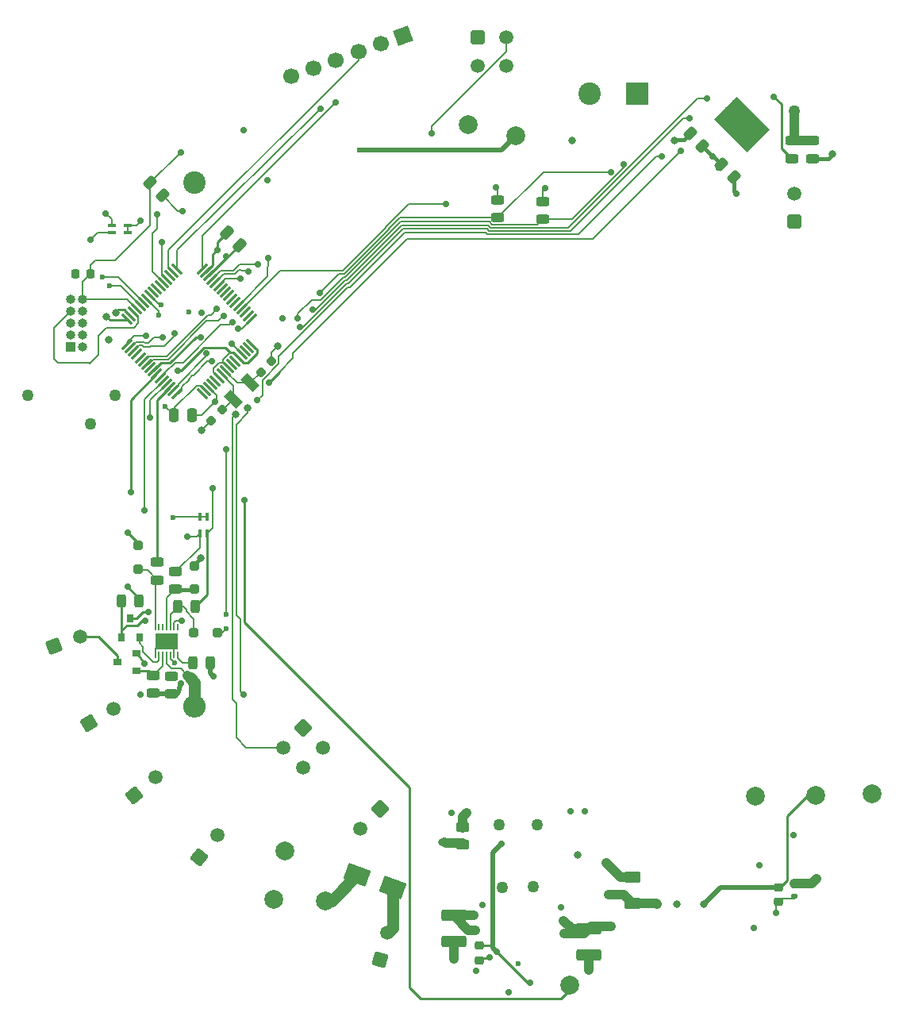
<source format=gbr>
G04 #@! TF.GenerationSoftware,KiCad,Pcbnew,7.0.10*
G04 #@! TF.CreationDate,2024-08-19T09:51:56-07:00*
G04 #@! TF.ProjectId,LCP_PowerControl,4c43505f-506f-4776-9572-436f6e74726f,rev?*
G04 #@! TF.SameCoordinates,Original*
G04 #@! TF.FileFunction,Copper,L4,Bot*
G04 #@! TF.FilePolarity,Positive*
%FSLAX46Y46*%
G04 Gerber Fmt 4.6, Leading zero omitted, Abs format (unit mm)*
G04 Created by KiCad (PCBNEW 7.0.10) date 2024-08-19 09:51:56*
%MOMM*%
%LPD*%
G01*
G04 APERTURE LIST*
G04 Aperture macros list*
%AMRoundRect*
0 Rectangle with rounded corners*
0 $1 Rounding radius*
0 $2 $3 $4 $5 $6 $7 $8 $9 X,Y pos of 4 corners*
0 Add a 4 corners polygon primitive as box body*
4,1,4,$2,$3,$4,$5,$6,$7,$8,$9,$2,$3,0*
0 Add four circle primitives for the rounded corners*
1,1,$1+$1,$2,$3*
1,1,$1+$1,$4,$5*
1,1,$1+$1,$6,$7*
1,1,$1+$1,$8,$9*
0 Add four rect primitives between the rounded corners*
20,1,$1+$1,$2,$3,$4,$5,0*
20,1,$1+$1,$4,$5,$6,$7,0*
20,1,$1+$1,$6,$7,$8,$9,0*
20,1,$1+$1,$8,$9,$2,$3,0*%
%AMHorizOval*
0 Thick line with rounded ends*
0 $1 width*
0 $2 $3 position (X,Y) of the first rounded end (center of the circle)*
0 $4 $5 position (X,Y) of the second rounded end (center of the circle)*
0 Add line between two ends*
20,1,$1,$2,$3,$4,$5,0*
0 Add two circle primitives to create the rounded ends*
1,1,$1,$2,$3*
1,1,$1,$4,$5*%
%AMRotRect*
0 Rectangle, with rotation*
0 The origin of the aperture is its center*
0 $1 length*
0 $2 width*
0 $3 Rotation angle, in degrees counterclockwise*
0 Add horizontal line*
21,1,$1,$2,0,0,$3*%
G04 Aperture macros list end*
G04 #@! TA.AperFunction,ComponentPad*
%ADD10RoundRect,0.250000X0.683013X-0.183013X0.183013X0.683013X-0.683013X0.183013X-0.183013X-0.683013X0*%
G04 #@! TD*
G04 #@! TA.AperFunction,ComponentPad*
%ADD11C,1.500000*%
G04 #@! TD*
G04 #@! TA.AperFunction,ComponentPad*
%ADD12R,1.000000X1.000000*%
G04 #@! TD*
G04 #@! TA.AperFunction,ComponentPad*
%ADD13O,1.000000X1.000000*%
G04 #@! TD*
G04 #@! TA.AperFunction,ComponentPad*
%ADD14RoundRect,0.250000X0.640856X-0.298836X0.298836X0.640856X-0.640856X0.298836X-0.298836X-0.640856X0*%
G04 #@! TD*
G04 #@! TA.AperFunction,ComponentPad*
%ADD15RoundRect,0.250000X0.704416X0.061628X-0.061628X0.704416X-0.704416X-0.061628X0.061628X-0.704416X0*%
G04 #@! TD*
G04 #@! TA.AperFunction,ComponentPad*
%ADD16RoundRect,0.250000X0.500000X0.500000X-0.500000X0.500000X-0.500000X-0.500000X0.500000X-0.500000X0*%
G04 #@! TD*
G04 #@! TA.AperFunction,ComponentPad*
%ADD17C,2.000000*%
G04 #@! TD*
G04 #@! TA.AperFunction,ComponentPad*
%ADD18RoundRect,0.250000X0.704416X-0.061628X0.061628X0.704416X-0.704416X0.061628X-0.061628X-0.704416X0*%
G04 #@! TD*
G04 #@! TA.AperFunction,ComponentPad*
%ADD19RoundRect,0.250001X-0.499999X-0.499999X0.499999X-0.499999X0.499999X0.499999X-0.499999X0.499999X0*%
G04 #@! TD*
G04 #@! TA.AperFunction,ComponentPad*
%ADD20C,0.600000*%
G04 #@! TD*
G04 #@! TA.AperFunction,SMDPad,CuDef*
%ADD21RotRect,3.400000X5.000000X45.000000*%
G04 #@! TD*
G04 #@! TA.AperFunction,ComponentPad*
%ADD22C,2.010000*%
G04 #@! TD*
G04 #@! TA.AperFunction,ComponentPad*
%ADD23RoundRect,0.250001X-0.707105X0.000000X0.000000X-0.707105X0.707105X0.000000X0.000000X0.707105X0*%
G04 #@! TD*
G04 #@! TA.AperFunction,ComponentPad*
%ADD24C,2.400000*%
G04 #@! TD*
G04 #@! TA.AperFunction,ComponentPad*
%ADD25O,2.400000X2.400000*%
G04 #@! TD*
G04 #@! TA.AperFunction,SMDPad,CuDef*
%ADD26RoundRect,0.250000X-0.250000X-0.475000X0.250000X-0.475000X0.250000X0.475000X-0.250000X0.475000X0*%
G04 #@! TD*
G04 #@! TA.AperFunction,SMDPad,CuDef*
%ADD27RoundRect,0.250000X0.512652X0.159099X0.159099X0.512652X-0.512652X-0.159099X-0.159099X-0.512652X0*%
G04 #@! TD*
G04 #@! TA.AperFunction,ComponentPad*
%ADD28RotRect,1.700000X1.700000X290.000000*%
G04 #@! TD*
G04 #@! TA.AperFunction,ComponentPad*
%ADD29HorizOval,1.700000X0.000000X0.000000X0.000000X0.000000X0*%
G04 #@! TD*
G04 #@! TA.AperFunction,ComponentPad*
%ADD30RoundRect,0.250000X0.612372X0.353553X-0.353553X0.612372X-0.612372X-0.353553X0.353553X-0.612372X0*%
G04 #@! TD*
G04 #@! TA.AperFunction,ComponentPad*
%ADD31R,2.400000X2.400000*%
G04 #@! TD*
G04 #@! TA.AperFunction,SMDPad,CuDef*
%ADD32RoundRect,0.243750X-0.456250X0.243750X-0.456250X-0.243750X0.456250X-0.243750X0.456250X0.243750X0*%
G04 #@! TD*
G04 #@! TA.AperFunction,SMDPad,CuDef*
%ADD33RoundRect,0.243750X-0.243750X-0.456250X0.243750X-0.456250X0.243750X0.456250X-0.243750X0.456250X0*%
G04 #@! TD*
G04 #@! TA.AperFunction,SMDPad,CuDef*
%ADD34RoundRect,0.218750X0.026517X-0.335876X0.335876X-0.026517X-0.026517X0.335876X-0.335876X0.026517X0*%
G04 #@! TD*
G04 #@! TA.AperFunction,SMDPad,CuDef*
%ADD35RoundRect,0.250000X0.625000X-0.375000X0.625000X0.375000X-0.625000X0.375000X-0.625000X-0.375000X0*%
G04 #@! TD*
G04 #@! TA.AperFunction,SMDPad,CuDef*
%ADD36RoundRect,0.218750X-0.256250X0.218750X-0.256250X-0.218750X0.256250X-0.218750X0.256250X0.218750X0*%
G04 #@! TD*
G04 #@! TA.AperFunction,SMDPad,CuDef*
%ADD37R,0.800000X0.900000*%
G04 #@! TD*
G04 #@! TA.AperFunction,SMDPad,CuDef*
%ADD38R,0.900000X0.800000*%
G04 #@! TD*
G04 #@! TA.AperFunction,SMDPad,CuDef*
%ADD39RoundRect,0.243750X-0.494975X-0.150260X-0.150260X-0.494975X0.494975X0.150260X0.150260X0.494975X0*%
G04 #@! TD*
G04 #@! TA.AperFunction,SMDPad,CuDef*
%ADD40RoundRect,0.243750X0.494975X0.150260X0.150260X0.494975X-0.494975X-0.150260X-0.150260X-0.494975X0*%
G04 #@! TD*
G04 #@! TA.AperFunction,SMDPad,CuDef*
%ADD41RoundRect,0.135000X0.185000X-0.135000X0.185000X0.135000X-0.185000X0.135000X-0.185000X-0.135000X0*%
G04 #@! TD*
G04 #@! TA.AperFunction,SMDPad,CuDef*
%ADD42R,0.400000X0.900000*%
G04 #@! TD*
G04 #@! TA.AperFunction,SMDPad,CuDef*
%ADD43R,0.900000X0.400000*%
G04 #@! TD*
G04 #@! TA.AperFunction,SMDPad,CuDef*
%ADD44RoundRect,0.075000X-0.441942X-0.548008X0.548008X0.441942X0.441942X0.548008X-0.548008X-0.441942X0*%
G04 #@! TD*
G04 #@! TA.AperFunction,SMDPad,CuDef*
%ADD45RoundRect,0.075000X0.441942X-0.548008X0.548008X-0.441942X-0.441942X0.548008X-0.548008X0.441942X0*%
G04 #@! TD*
G04 #@! TA.AperFunction,SMDPad,CuDef*
%ADD46RotRect,1.000000X1.800000X225.000000*%
G04 #@! TD*
G04 #@! TA.AperFunction,SMDPad,CuDef*
%ADD47RotRect,2.500000X1.800000X340.000000*%
G04 #@! TD*
G04 #@! TA.AperFunction,SMDPad,CuDef*
%ADD48RoundRect,0.250000X-1.075000X0.375000X-1.075000X-0.375000X1.075000X-0.375000X1.075000X0.375000X0*%
G04 #@! TD*
G04 #@! TA.AperFunction,SMDPad,CuDef*
%ADD49RoundRect,0.249999X-0.450001X0.262501X-0.450001X-0.262501X0.450001X-0.262501X0.450001X0.262501X0*%
G04 #@! TD*
G04 #@! TA.AperFunction,SMDPad,CuDef*
%ADD50RoundRect,0.218750X0.218750X0.256250X-0.218750X0.256250X-0.218750X-0.256250X0.218750X-0.256250X0*%
G04 #@! TD*
G04 #@! TA.AperFunction,SMDPad,CuDef*
%ADD51RoundRect,0.243750X0.456250X-0.243750X0.456250X0.243750X-0.456250X0.243750X-0.456250X-0.243750X0*%
G04 #@! TD*
G04 #@! TA.AperFunction,SMDPad,CuDef*
%ADD52RoundRect,0.218750X-0.026517X0.335876X-0.335876X0.026517X0.026517X-0.335876X0.335876X-0.026517X0*%
G04 #@! TD*
G04 #@! TA.AperFunction,SMDPad,CuDef*
%ADD53RoundRect,0.243750X0.243750X0.456250X-0.243750X0.456250X-0.243750X-0.456250X0.243750X-0.456250X0*%
G04 #@! TD*
G04 #@! TA.AperFunction,SMDPad,CuDef*
%ADD54R,0.250000X0.700000*%
G04 #@! TD*
G04 #@! TA.AperFunction,SMDPad,CuDef*
%ADD55R,2.350000X1.780000*%
G04 #@! TD*
G04 #@! TA.AperFunction,SMDPad,CuDef*
%ADD56RoundRect,0.250000X-0.250000X-0.250000X0.250000X-0.250000X0.250000X0.250000X-0.250000X0.250000X0*%
G04 #@! TD*
G04 #@! TA.AperFunction,SMDPad,CuDef*
%ADD57RoundRect,0.250000X0.250000X-0.250000X0.250000X0.250000X-0.250000X0.250000X-0.250000X-0.250000X0*%
G04 #@! TD*
G04 #@! TA.AperFunction,ViaPad*
%ADD58C,0.600000*%
G04 #@! TD*
G04 #@! TA.AperFunction,ViaPad*
%ADD59C,0.700000*%
G04 #@! TD*
G04 #@! TA.AperFunction,ViaPad*
%ADD60C,1.270000*%
G04 #@! TD*
G04 #@! TA.AperFunction,ViaPad*
%ADD61C,0.800000*%
G04 #@! TD*
G04 #@! TA.AperFunction,Conductor*
%ADD62C,0.254000*%
G04 #@! TD*
G04 #@! TA.AperFunction,Conductor*
%ADD63C,0.200000*%
G04 #@! TD*
G04 #@! TA.AperFunction,Conductor*
%ADD64C,0.203200*%
G04 #@! TD*
G04 #@! TA.AperFunction,Conductor*
%ADD65C,0.457200*%
G04 #@! TD*
G04 #@! TA.AperFunction,Conductor*
%ADD66C,1.016000*%
G04 #@! TD*
G04 #@! TA.AperFunction,Conductor*
%ADD67C,0.508000*%
G04 #@! TD*
G04 #@! TA.AperFunction,Conductor*
%ADD68C,1.270000*%
G04 #@! TD*
G04 APERTURE END LIST*
D10*
X77927200Y-121869200D03*
D11*
X80525276Y-120369200D03*
D12*
X75960000Y-81770000D03*
D13*
X77230000Y-81770000D03*
X75960000Y-80500000D03*
X77230000Y-80500000D03*
X75960000Y-79230000D03*
X77230000Y-79230000D03*
X75960000Y-77960000D03*
X77230000Y-77960000D03*
X75960000Y-76690000D03*
X77230000Y-76690000D03*
D14*
X74193400Y-113715800D03*
D11*
X77012478Y-112689740D03*
D15*
X89738200Y-136169400D03*
D11*
X91666563Y-133871267D03*
D16*
X153162000Y-68389500D03*
D11*
X153162000Y-65389500D03*
D17*
X161480500Y-129413000D03*
X149034500Y-129667000D03*
X103187500Y-140843000D03*
D18*
X82753200Y-129565400D03*
D11*
X85051333Y-127637037D03*
D17*
X129222500Y-149796500D03*
D19*
X119430800Y-48768000D03*
D11*
X122430800Y-48768000D03*
X119430800Y-51768000D03*
X122430800Y-51768000D03*
D20*
X145304048Y-57261183D03*
X146081865Y-58039000D03*
X146859683Y-58816817D03*
X147637500Y-59594635D03*
X148415317Y-60372452D03*
X146081865Y-56483365D03*
X146859683Y-57261183D03*
X147637500Y-58039000D03*
D21*
X147637500Y-58039000D03*
D20*
X148415317Y-58816817D03*
X149193135Y-59594635D03*
X146859683Y-55705548D03*
X147637500Y-56483365D03*
X148415317Y-57261183D03*
X149193135Y-58039000D03*
X149970952Y-58816817D03*
D22*
X118394800Y-58032800D03*
X123494800Y-59232800D03*
X97663000Y-140652500D03*
X98863000Y-135552500D03*
D17*
X155511500Y-129603500D03*
D23*
X109000000Y-131000000D03*
D11*
X106878680Y-133121320D03*
D24*
X89217500Y-64198500D03*
D25*
X89217500Y-120078500D03*
D26*
X87000000Y-89070000D03*
X88900000Y-89070000D03*
D27*
X94021751Y-70901751D03*
X92678249Y-69558249D03*
D28*
X111455200Y-48564800D03*
D29*
X109068381Y-49433531D03*
X106681561Y-50302262D03*
X104294742Y-51170993D03*
X101907923Y-52039725D03*
X99521104Y-52908456D03*
D30*
X109016800Y-147142200D03*
D11*
X109793257Y-144244423D03*
D31*
X136390000Y-54740000D03*
D24*
X131390000Y-54740000D03*
D23*
X100800000Y-122400000D03*
D11*
X102921320Y-124521320D03*
X98678680Y-124521320D03*
X100800000Y-126642641D03*
D32*
X84772500Y-116840000D03*
X84772500Y-118715000D03*
X86741000Y-116870000D03*
X86741000Y-118745000D03*
D33*
X88978500Y-115443000D03*
X90853500Y-115443000D03*
D34*
X90995500Y-89598500D03*
X92109194Y-88484806D03*
D35*
X135890000Y-141097000D03*
X135890000Y-138297000D03*
D36*
X119570500Y-145618000D03*
X119570500Y-147193000D03*
D37*
X83312000Y-112712500D03*
X81412000Y-112712500D03*
X82362000Y-110712500D03*
D38*
X82994500Y-114432000D03*
X82994500Y-116332000D03*
X80994500Y-115382000D03*
D33*
X81422000Y-108839000D03*
X83297000Y-108839000D03*
D32*
X126339600Y-66270900D03*
X126339600Y-68145900D03*
D39*
X142085087Y-59027087D03*
X143410913Y-60352913D03*
D40*
X85770275Y-65601157D03*
X84444449Y-64275331D03*
D36*
X151511000Y-139395000D03*
X151511000Y-140970000D03*
D41*
X153162000Y-140311500D03*
X153162000Y-139291500D03*
D42*
X90570000Y-101624500D03*
X89770000Y-101624500D03*
X89770000Y-99924500D03*
X90570000Y-99924500D03*
D43*
X80342000Y-69570500D03*
X80342000Y-68770500D03*
X82042000Y-68770500D03*
X82042000Y-69570500D03*
D44*
X87284819Y-86801481D03*
X86931266Y-86447928D03*
X86577713Y-86094375D03*
X86224159Y-85740821D03*
X85870606Y-85387268D03*
X85517052Y-85033714D03*
X85163499Y-84680161D03*
X84809946Y-84326608D03*
X84456392Y-83973054D03*
X84102839Y-83619501D03*
X83749286Y-83265948D03*
X83395732Y-82912394D03*
X83042179Y-82558841D03*
X82688625Y-82205287D03*
X82335072Y-81851734D03*
X81981519Y-81498181D03*
D45*
X81981519Y-78775819D03*
X82335072Y-78422266D03*
X82688625Y-78068713D03*
X83042179Y-77715159D03*
X83395732Y-77361606D03*
X83749286Y-77008052D03*
X84102839Y-76654499D03*
X84456392Y-76300946D03*
X84809946Y-75947392D03*
X85163499Y-75593839D03*
X85517052Y-75240286D03*
X85870606Y-74886732D03*
X86224159Y-74533179D03*
X86577713Y-74179625D03*
X86931266Y-73826072D03*
X87284819Y-73472519D03*
D44*
X90007181Y-73472519D03*
X90360734Y-73826072D03*
X90714287Y-74179625D03*
X91067841Y-74533179D03*
X91421394Y-74886732D03*
X91774948Y-75240286D03*
X92128501Y-75593839D03*
X92482054Y-75947392D03*
X92835608Y-76300946D03*
X93189161Y-76654499D03*
X93542714Y-77008052D03*
X93896268Y-77361606D03*
X94249821Y-77715159D03*
X94603375Y-78068713D03*
X94956928Y-78422266D03*
X95310481Y-78775819D03*
D45*
X95310481Y-81498181D03*
X94956928Y-81851734D03*
X94603375Y-82205287D03*
X94249821Y-82558841D03*
X93896268Y-82912394D03*
X93542714Y-83265948D03*
X93189161Y-83619501D03*
X92835608Y-83973054D03*
X92482054Y-84326608D03*
X92128501Y-84680161D03*
X91774948Y-85033714D03*
X91421394Y-85387268D03*
X91067841Y-85740821D03*
X90714287Y-86094375D03*
X90360734Y-86447928D03*
X90007181Y-86801481D03*
D46*
X93350117Y-87370883D03*
X95117883Y-85603117D03*
D47*
X106578615Y-138063460D03*
X110337385Y-139431540D03*
D48*
X131254500Y-143821500D03*
X131254500Y-146621500D03*
X116865400Y-142386400D03*
X116865400Y-145186400D03*
D49*
X117792500Y-132983500D03*
X117792500Y-134808500D03*
D32*
X152908000Y-59791600D03*
X152908000Y-61666600D03*
X155143200Y-59791600D03*
X155143200Y-61666600D03*
D39*
X145415000Y-62293500D03*
X146740826Y-63619326D03*
D32*
X87185500Y-105727500D03*
X87185500Y-107602500D03*
D50*
X78097500Y-73950000D03*
X76522500Y-73950000D03*
D51*
X121564400Y-67942700D03*
X121564400Y-66067700D03*
D52*
X97394347Y-83326653D03*
X96280653Y-84440347D03*
D53*
X89281000Y-109474000D03*
X87406000Y-109474000D03*
D32*
X85217000Y-104741500D03*
X85217000Y-106616500D03*
D54*
X87412500Y-114630000D03*
X87012500Y-114630000D03*
X86612500Y-114630000D03*
X86212500Y-114630000D03*
X85812500Y-114630000D03*
X85412500Y-114630000D03*
X85012500Y-114630000D03*
X85012500Y-111680000D03*
X85412500Y-111680000D03*
X85812500Y-111680000D03*
X86212500Y-111680000D03*
X86612500Y-111680000D03*
X87012500Y-111680000D03*
X87412500Y-111680000D03*
D55*
X86212500Y-113155000D03*
D56*
X89102500Y-112220000D03*
X91602500Y-112220000D03*
D57*
X89210000Y-107630000D03*
X89210000Y-105130000D03*
X83160000Y-105467500D03*
X83160000Y-102967500D03*
D58*
X86090000Y-88090000D03*
D59*
X119888000Y-141287500D03*
X128270000Y-141541500D03*
X87757000Y-117665500D03*
D60*
X78105000Y-89979500D03*
D58*
X86212500Y-113155000D03*
X86212500Y-113155000D03*
D59*
X91634483Y-71400320D03*
X131254500Y-148209000D03*
X155575000Y-138493500D03*
D61*
X157276800Y-61214000D03*
X79818251Y-78506989D03*
D58*
X123761500Y-147510500D03*
D60*
X71374000Y-86931500D03*
D59*
X153098500Y-133858000D03*
X91376500Y-87630000D03*
X82042000Y-107315000D03*
X122682000Y-150558500D03*
D58*
X86212500Y-113155000D03*
D59*
X148907500Y-143764000D03*
X116903500Y-147002500D03*
D61*
X133159500Y-136779000D03*
X89979500Y-90678000D03*
X130048000Y-135953500D03*
X98042039Y-81718130D03*
D59*
X121361200Y-64719200D03*
D58*
X86212500Y-113155000D03*
D59*
X91186000Y-116903500D03*
X147002500Y-65405000D03*
X94437200Y-58674000D03*
D61*
X89890590Y-104300068D03*
X115620800Y-134620000D03*
D59*
X82105500Y-101600000D03*
X98602800Y-78689200D03*
D61*
X80010000Y-81020000D03*
D58*
X92577289Y-111830000D03*
D59*
X119253000Y-148272500D03*
X89923910Y-78134148D03*
X124968000Y-149542500D03*
X129349500Y-131318000D03*
X130873500Y-131318000D03*
X121412000Y-146240500D03*
D60*
X121663600Y-132717400D03*
D59*
X121920000Y-134747000D03*
D60*
X125727600Y-132717400D03*
X153162000Y-56642000D03*
D59*
X118237000Y-131445000D03*
X116586000Y-131445000D03*
X151028400Y-55067200D03*
D61*
X140411200Y-59740800D03*
D59*
X93154500Y-81407000D03*
X126644400Y-64820800D03*
X83439000Y-68326000D03*
D61*
X140652500Y-141224000D03*
X143510000Y-141224000D03*
X80781817Y-78089801D03*
X138557000Y-141224000D03*
D59*
X97000000Y-64000000D03*
D58*
X88590000Y-78010000D03*
D61*
X133413500Y-140208000D03*
D60*
X80708500Y-86931500D03*
D59*
X87934800Y-67259200D03*
D58*
X86868000Y-99949000D03*
D61*
X129489200Y-59791600D03*
D59*
X92571445Y-72145066D03*
X87782400Y-61010800D03*
X119189500Y-143954500D03*
X118999000Y-142367000D03*
X128587500Y-142938500D03*
X128651000Y-144335500D03*
X149479000Y-137033000D03*
X83439000Y-118808500D03*
X133667500Y-143573500D03*
X120650000Y-146862800D03*
D60*
X125349000Y-139319000D03*
X122047000Y-139382500D03*
D59*
X78105000Y-70294500D03*
X79692500Y-67500500D03*
X85699600Y-70561200D03*
X85191600Y-67614800D03*
X84312500Y-110075379D03*
X102616000Y-56337200D03*
X104241600Y-55676800D03*
D58*
X106800000Y-60800000D03*
D59*
X94425114Y-118830604D03*
D61*
X94869000Y-88265000D03*
D59*
X87071200Y-80314800D03*
D61*
X93628888Y-88939703D03*
D59*
X85762340Y-80745840D03*
X92563990Y-92710000D03*
D58*
X92563990Y-110301138D03*
D59*
X83988491Y-80552205D03*
X100463212Y-79632188D03*
X142036800Y-57353200D03*
X93228678Y-79112235D03*
D58*
X79390000Y-74320000D03*
X80090000Y-75240000D03*
X85657835Y-77290256D03*
D59*
X94100051Y-74472800D03*
X82433445Y-97295025D03*
X94488000Y-98107500D03*
X84487510Y-89269385D03*
X91122500Y-96837500D03*
X83883500Y-99187000D03*
X88455500Y-101981000D03*
X91541600Y-77724000D03*
X101808950Y-77783540D03*
X143865600Y-55270400D03*
X92303600Y-78435200D03*
X100228400Y-78740000D03*
X134984905Y-62280894D03*
X87377987Y-84338523D03*
X94945200Y-73761600D03*
X102574073Y-76012599D03*
X133663600Y-63099291D03*
X139039600Y-61468000D03*
X95910400Y-87477600D03*
X91033600Y-83312000D03*
X144466666Y-61408666D03*
X114500000Y-59000000D03*
X93853000Y-79819500D03*
X96000000Y-73000000D03*
X89850545Y-80706545D03*
X141080783Y-60863990D03*
X97155000Y-85534500D03*
X90482445Y-82455713D03*
D58*
X85390000Y-78350000D03*
D59*
X97028000Y-72288400D03*
X116000000Y-66500000D03*
X151257000Y-142113000D03*
D58*
X86792261Y-116822359D03*
X87051473Y-115469801D03*
D59*
X87829992Y-110970004D03*
X83947000Y-110998000D03*
X83870439Y-115518839D03*
D62*
X91634483Y-70602015D02*
X92678249Y-69558249D01*
X91634483Y-71400320D02*
X91634483Y-70602015D01*
X92778436Y-72145066D02*
X94021751Y-70901751D01*
X92571445Y-72145066D02*
X92778436Y-72145066D01*
D63*
X87000000Y-89000000D02*
X86090000Y-88090000D01*
X87000000Y-89070000D02*
X87000000Y-89000000D01*
X89936500Y-89070000D02*
X91376500Y-87630000D01*
X88900000Y-89070000D02*
X89936500Y-89070000D01*
X87000000Y-88288382D02*
X87000000Y-89070000D01*
X89789810Y-85877004D02*
X89411378Y-85877004D01*
X89411378Y-85877004D02*
X87000000Y-88288382D01*
X90360734Y-86447928D02*
X89789810Y-85877004D01*
D64*
X81981519Y-78775819D02*
X81950819Y-78775819D01*
X91551412Y-87455088D02*
X91376500Y-87630000D01*
D62*
X91158576Y-73028230D02*
X91158576Y-71876227D01*
X91158576Y-71876227D02*
X91634483Y-71400320D01*
D65*
X146740826Y-65143326D02*
X147002500Y-65405000D01*
D64*
X97394347Y-83326653D02*
X97394347Y-82365822D01*
D66*
X134677500Y-138297000D02*
X133159500Y-136779000D01*
D64*
X92187289Y-112220000D02*
X92577289Y-111830000D01*
X90995500Y-89662000D02*
X89979500Y-90678000D01*
D66*
X116865400Y-146964400D02*
X116903500Y-147002500D01*
D63*
X85012500Y-113897500D02*
X85755000Y-113155000D01*
D67*
X84802500Y-118745000D02*
X84772500Y-118715000D01*
D63*
X87012500Y-114630000D02*
X87012500Y-113955000D01*
D65*
X156824200Y-61666600D02*
X157276800Y-61214000D01*
X146740826Y-63619326D02*
X146740826Y-65143326D01*
D67*
X90853500Y-116571000D02*
X91186000Y-116903500D01*
D64*
X91551412Y-86931500D02*
X91551412Y-87455088D01*
X121564400Y-64922400D02*
X121361200Y-64719200D01*
D65*
X155143200Y-61666600D02*
X156824200Y-61666600D01*
D66*
X116865400Y-145186400D02*
X116865400Y-146964400D01*
D67*
X87757000Y-117665500D02*
X87376000Y-118745000D01*
D62*
X80209130Y-78897868D02*
X79818251Y-78506989D01*
D66*
X153162000Y-139014000D02*
X155054500Y-139014000D01*
X155054500Y-139014000D02*
X155575000Y-138493500D01*
D62*
X83185000Y-103060500D02*
X83185000Y-102679500D01*
D63*
X85012500Y-114630000D02*
X85012500Y-113897500D01*
D62*
X81950819Y-78775819D02*
X81828770Y-78897868D01*
X90360734Y-73826072D02*
X91158576Y-73028230D01*
D65*
X89217500Y-104973158D02*
X89890590Y-104300068D01*
D63*
X87012500Y-113955000D02*
X86212500Y-113155000D01*
D66*
X135890000Y-138297000D02*
X134677500Y-138297000D01*
X116014500Y-134683500D02*
X115887500Y-134556500D01*
D64*
X90995500Y-89598500D02*
X90995500Y-89662000D01*
D62*
X83297000Y-108839000D02*
X83297000Y-108570000D01*
X81828770Y-78897868D02*
X80209130Y-78897868D01*
X83297000Y-108570000D02*
X82042000Y-107315000D01*
D66*
X117792500Y-134683500D02*
X116014500Y-134683500D01*
D65*
X89217500Y-105176000D02*
X89217500Y-104973158D01*
D62*
X83185000Y-102679500D02*
X82105500Y-101600000D01*
D66*
X131254500Y-146621500D02*
X131254500Y-148209000D01*
D64*
X90714287Y-86094375D02*
X91551412Y-86931500D01*
X91602500Y-112220000D02*
X92187289Y-112220000D01*
X121564400Y-66067700D02*
X121564400Y-64922400D01*
D67*
X87376000Y-118745000D02*
X86741000Y-118745000D01*
D63*
X85755000Y-113155000D02*
X86212500Y-113155000D01*
D67*
X90853500Y-115443000D02*
X90853500Y-116571000D01*
X86741000Y-118745000D02*
X84802500Y-118745000D01*
D64*
X97394347Y-82365822D02*
X98042039Y-81718130D01*
D62*
X84264500Y-116332000D02*
X84772500Y-116840000D01*
D63*
X85812500Y-115800000D02*
X84772500Y-116840000D01*
D62*
X82994500Y-116332000D02*
X84264500Y-116332000D01*
D63*
X85812500Y-114630000D02*
X85812500Y-115800000D01*
D62*
X121412000Y-146240500D02*
X124714000Y-149542500D01*
D66*
X155143200Y-59791600D02*
X152908000Y-59791600D01*
D62*
X119570500Y-145618000D02*
X120789500Y-145618000D01*
D66*
X117792500Y-133108500D02*
X117792500Y-131889500D01*
D62*
X124714000Y-149542500D02*
X124968000Y-149542500D01*
X120789500Y-145618000D02*
X121412000Y-146240500D01*
D66*
X117792500Y-131889500D02*
X118237000Y-131445000D01*
D67*
X121005599Y-145834099D02*
X121005599Y-135661401D01*
D66*
X153162000Y-59537600D02*
X152908000Y-59791600D01*
X153162000Y-56642000D02*
X153162000Y-59537600D01*
D67*
X121412000Y-146240500D02*
X121005599Y-145834099D01*
X121005599Y-135661401D02*
X121920000Y-134747000D01*
D62*
X151028400Y-55067200D02*
X151841200Y-55880000D01*
X151841200Y-55880000D02*
X151841200Y-60599800D01*
X151841200Y-60599800D02*
X152908000Y-61666600D01*
X151689000Y-139395000D02*
X151511000Y-139395000D01*
D64*
X87351500Y-99924500D02*
X89770000Y-99924500D01*
X85770275Y-65601157D02*
X87428318Y-67259200D01*
X126339600Y-66270900D02*
X126339600Y-65125600D01*
D62*
X92571445Y-72322467D02*
X92571445Y-72145066D01*
D64*
X82042000Y-69570500D02*
X82042000Y-68770500D01*
X86868000Y-99949000D02*
X87351500Y-99924500D01*
D65*
X140467026Y-59684974D02*
X140411200Y-59740800D01*
D62*
X82335072Y-78422266D02*
X81730445Y-77817639D01*
D64*
X87428318Y-67259200D02*
X87934800Y-67259200D01*
D62*
X90714287Y-74179625D02*
X92571445Y-72322467D01*
X155511500Y-129603500D02*
X154622500Y-129603500D01*
X152407590Y-138676410D02*
X151689000Y-139395000D01*
D64*
X93154500Y-81463520D02*
X94249821Y-82558841D01*
D65*
X141427200Y-59684974D02*
X140467026Y-59684974D01*
D64*
X93154500Y-81407000D02*
X93154500Y-81463520D01*
X126339600Y-65125600D02*
X126644400Y-64820800D01*
D66*
X133413500Y-140208000D02*
X135001000Y-140208000D01*
X135001000Y-140208000D02*
X135890000Y-141097000D01*
D62*
X81730445Y-77817639D02*
X81053979Y-77817639D01*
D64*
X82994500Y-68770500D02*
X83439000Y-68326000D01*
D62*
X154622500Y-129603500D02*
X152407590Y-131818410D01*
D66*
X138430000Y-141097000D02*
X138557000Y-141224000D01*
D64*
X90570000Y-99924500D02*
X89770000Y-99924500D01*
D65*
X142085087Y-59027087D02*
X141427200Y-59684974D01*
D62*
X152407590Y-131818410D02*
X152407590Y-138676410D01*
D64*
X82042000Y-68770500D02*
X82994500Y-68770500D01*
D67*
X151511000Y-139395000D02*
X145339000Y-139395000D01*
D66*
X135890000Y-141097000D02*
X138430000Y-141097000D01*
D67*
X145339000Y-139395000D02*
X143510000Y-141224000D01*
D62*
X81053979Y-77817639D02*
X80781817Y-78089801D01*
D64*
X92109194Y-88484806D02*
X92236194Y-88484806D01*
X93350117Y-85920617D02*
X93350117Y-87370883D01*
X92128501Y-84680161D02*
X92128501Y-84699001D01*
X92128501Y-84699001D02*
X93350117Y-85920617D01*
X92236194Y-88484806D02*
X93350117Y-87370883D01*
X92482054Y-84354054D02*
X93731117Y-85603117D01*
X95117883Y-85603117D02*
X96280653Y-84440347D01*
X93731117Y-85603117D02*
X95117883Y-85603117D01*
X92482054Y-84326608D02*
X92482054Y-84354054D01*
D63*
X78097500Y-73012500D02*
X78600000Y-72510000D01*
X83042179Y-77715159D02*
X82017020Y-76690000D01*
X80753600Y-72510000D02*
X80924500Y-72339100D01*
D64*
X84444449Y-64275331D02*
X87708980Y-61010800D01*
D63*
X77230000Y-74817500D02*
X78097500Y-73950000D01*
D64*
X84444449Y-68819151D02*
X84444449Y-64275331D01*
D63*
X77230000Y-76690000D02*
X77230000Y-74817500D01*
X82017020Y-76690000D02*
X77230000Y-76690000D01*
X78600000Y-72510000D02*
X80753600Y-72510000D01*
D64*
X87708980Y-61010800D02*
X87782400Y-61010800D01*
D63*
X78097500Y-73950000D02*
X78097500Y-73012500D01*
D64*
X80924500Y-72339100D02*
X84444449Y-68819151D01*
D66*
X131502500Y-143573500D02*
X131254500Y-143821500D01*
X116865400Y-142386400D02*
X118979600Y-142386400D01*
X118979600Y-142386400D02*
X118999000Y-142367000D01*
X131254500Y-143821500D02*
X129470500Y-143821500D01*
X129470500Y-143821500D02*
X128587500Y-142938500D01*
X119189500Y-143954500D02*
X118433500Y-143954500D01*
X118433500Y-143954500D02*
X116865400Y-142386400D01*
X128651000Y-144335500D02*
X130740500Y-144335500D01*
X130740500Y-144335500D02*
X131254500Y-143821500D01*
D68*
X103799075Y-140843000D02*
X106578615Y-138063460D01*
X103187500Y-140843000D02*
X103799075Y-140843000D01*
D62*
X80994500Y-115382000D02*
X80994500Y-114728000D01*
X80994500Y-114728000D02*
X78956240Y-112689740D01*
D66*
X133667500Y-143573500D02*
X131502500Y-143573500D01*
D62*
X78956240Y-112689740D02*
X78073138Y-112689740D01*
X78073138Y-112689740D02*
X77012478Y-112689740D01*
X120650000Y-146862800D02*
X119761000Y-147002500D01*
X119761000Y-147002500D02*
X119570500Y-147193000D01*
D68*
X110337385Y-143700295D02*
X109793257Y-144244423D01*
X110337385Y-139431540D02*
X110337385Y-143700295D01*
D64*
X78829000Y-69570500D02*
X78105000Y-70294500D01*
X80342000Y-69570500D02*
X78829000Y-69570500D01*
X80342000Y-68150000D02*
X79692500Y-67500500D01*
X80342000Y-68770500D02*
X80342000Y-68150000D01*
X85700695Y-70816295D02*
X85699600Y-70815200D01*
X85699600Y-70815200D02*
X85699600Y-70561200D01*
X86224159Y-74533179D02*
X85700695Y-74009715D01*
X85700695Y-74009715D02*
X85700695Y-70816295D01*
X85870606Y-74886732D02*
X85802157Y-74886732D01*
X84734400Y-69646800D02*
X85191600Y-69189600D01*
X85870606Y-74886732D02*
X84734400Y-73750526D01*
X84734400Y-73750526D02*
X84734400Y-69646800D01*
X85191600Y-69189600D02*
X85191600Y-67614800D01*
D62*
X83653121Y-110075379D02*
X84312500Y-110075379D01*
X83016000Y-110712500D02*
X83653121Y-110075379D01*
X82362000Y-110712500D02*
X83016000Y-110712500D01*
D64*
X87284819Y-71414381D02*
X87284819Y-73472519D01*
X102616000Y-56337200D02*
X87284819Y-71414381D01*
X90007181Y-69911219D02*
X104241600Y-55676800D01*
X90007181Y-73472519D02*
X90007181Y-69911219D01*
X86407801Y-73302607D02*
X86407801Y-71471475D01*
X86407801Y-71471475D02*
X106681561Y-51197715D01*
X86931266Y-73826072D02*
X86407801Y-73302607D01*
X106681561Y-51197715D02*
X106681561Y-50302262D01*
D67*
X106800000Y-60800000D02*
X121927600Y-60800000D01*
X121927600Y-60800000D02*
X123494800Y-59232800D01*
D64*
X87071200Y-80619600D02*
X87071200Y-80314800D01*
X93662500Y-110393830D02*
X94106989Y-110838319D01*
X83261148Y-81632764D02*
X83638646Y-81632764D01*
X93662500Y-90037185D02*
X93662500Y-110393830D01*
X84424207Y-81738166D02*
X84480551Y-81681823D01*
X94869000Y-88830685D02*
X93662500Y-90037185D01*
X85441023Y-81681823D02*
X86008977Y-81681823D01*
X94106989Y-118512479D02*
X94425114Y-118830604D01*
X84480551Y-81681823D02*
X85441023Y-81681823D01*
X83638646Y-81632764D02*
X83744048Y-81738166D01*
X94869000Y-88265000D02*
X94869000Y-88830685D01*
X82688625Y-82205287D02*
X83261148Y-81632764D01*
X85441023Y-81681823D02*
X85609846Y-81681823D01*
X94106989Y-110838319D02*
X94106989Y-118512479D01*
X83744048Y-81738166D02*
X84424207Y-81738166D01*
X86008977Y-81681823D02*
X87071200Y-80619600D01*
X93228889Y-119360091D02*
X93655199Y-119786401D01*
X82335072Y-81851734D02*
X82957242Y-81229564D01*
X93628888Y-88939703D02*
X93228889Y-89339702D01*
X84846323Y-80745840D02*
X85762340Y-80745840D01*
X93655199Y-119786401D02*
X93655199Y-123455199D01*
X83911059Y-81334966D02*
X84257197Y-81334966D01*
X93228889Y-89339702D02*
X93228889Y-119360091D01*
X83805656Y-81229564D02*
X83911059Y-81334966D01*
X84257197Y-81334966D02*
X84846323Y-80745840D01*
X94721320Y-124521320D02*
X98678680Y-124521320D01*
X93655199Y-123455199D02*
X94721320Y-124521320D01*
X82957242Y-81229564D02*
X83805656Y-81229564D01*
X82715363Y-80552205D02*
X83988491Y-80552205D01*
X81981519Y-81286049D02*
X82715363Y-80552205D01*
X92563990Y-110301138D02*
X92563990Y-92710000D01*
X81981519Y-81498181D02*
X81981519Y-81286049D01*
X142036800Y-57353200D02*
X141330692Y-57353200D01*
X105618303Y-75031589D02*
X105415102Y-75031589D01*
X129288461Y-69395431D02*
X120607374Y-69395431D01*
X141330692Y-57353200D02*
X129288461Y-69395431D01*
X87993045Y-83471845D02*
X92019902Y-79412234D01*
X111460302Y-69189589D02*
X105618303Y-75031589D01*
X120607374Y-69395431D02*
X120401532Y-69189589D01*
X100814503Y-79632188D02*
X100463212Y-79632188D01*
X120401532Y-69189589D02*
X111460302Y-69189589D01*
X85517052Y-85033714D02*
X86040516Y-84510250D01*
X87114555Y-83471845D02*
X87993045Y-83471845D01*
X92928679Y-79412234D02*
X93228678Y-79112235D01*
X86040516Y-84510250D02*
X86076150Y-84510250D01*
X105415102Y-75031589D02*
X100814503Y-79632188D01*
X86076150Y-84510250D02*
X87114555Y-83471845D01*
X92019902Y-79412234D02*
X92928679Y-79412234D01*
D63*
X83749286Y-77008052D02*
X81061234Y-74320000D01*
X81061234Y-74320000D02*
X79390000Y-74320000D01*
D64*
X78000000Y-83500000D02*
X78010000Y-83510000D01*
X74170000Y-79750000D02*
X74170000Y-83060000D01*
X75960000Y-77960000D02*
X74170000Y-79750000D01*
X78940000Y-82580000D02*
X78940000Y-80572000D01*
X82740500Y-79692500D02*
X83212090Y-79220910D01*
X79819500Y-79692500D02*
X82740500Y-79692500D01*
X78940000Y-80572000D02*
X79819500Y-79692500D01*
X83212090Y-79220910D02*
X83212090Y-78592178D01*
X78010000Y-83510000D02*
X78940000Y-82580000D01*
X74170000Y-83060000D02*
X74610000Y-83500000D01*
X83212090Y-78592178D02*
X82688625Y-78068713D01*
X74610000Y-83500000D02*
X78000000Y-83500000D01*
D63*
X81274126Y-75240000D02*
X80090000Y-75240000D01*
X83395732Y-77361606D02*
X81274126Y-75240000D01*
X77230000Y-79230000D02*
X77449239Y-79230000D01*
X85445702Y-77290256D02*
X85657835Y-77290256D01*
X84456392Y-76300946D02*
X85445702Y-77290256D01*
D64*
X94100051Y-74472800D02*
X93800052Y-74486346D01*
X92528888Y-74486346D02*
X91774948Y-75240286D01*
X93800052Y-74486346D02*
X92528888Y-74486346D01*
D62*
X129222500Y-149796500D02*
X129222500Y-150304500D01*
X94488000Y-111125000D02*
X94488000Y-98107500D01*
X82433445Y-96870761D02*
X82433445Y-97295025D01*
X112099229Y-150072229D02*
X112099229Y-128736229D01*
X129222500Y-150304500D02*
X128270000Y-151257000D01*
X128270000Y-151257000D02*
X113284000Y-151257000D01*
X82433445Y-87410215D02*
X82433445Y-96870761D01*
X85163499Y-84680161D02*
X82433445Y-87410215D01*
X112099229Y-128736229D02*
X94488000Y-111125000D01*
X113284000Y-151257000D02*
X112099229Y-150072229D01*
X90570000Y-101624500D02*
X90570000Y-108185000D01*
D64*
X84487510Y-87477470D02*
X86224159Y-85740821D01*
X84487510Y-89269385D02*
X84487510Y-87477470D01*
X91122500Y-101072000D02*
X91122500Y-96837500D01*
X90570000Y-101624500D02*
X91122500Y-101072000D01*
D62*
X90570000Y-108185000D02*
X89281000Y-109474000D01*
D64*
X83883500Y-87374374D02*
X83883500Y-99187000D01*
X85870606Y-85387268D02*
X83883500Y-87374374D01*
X89413500Y-101981000D02*
X89770000Y-101624500D01*
X88455500Y-101981000D02*
X89413500Y-101981000D01*
X89770000Y-101624500D02*
X89770000Y-103143000D01*
X89770000Y-103143000D02*
X87185500Y-105727500D01*
D62*
X85217000Y-87455088D02*
X86577713Y-86094375D01*
X85217000Y-104741500D02*
X85217000Y-87455088D01*
D64*
X142849600Y-55270400D02*
X129080180Y-69039820D01*
X102160242Y-77783540D02*
X101808950Y-77783540D01*
X111313004Y-68833978D02*
X105471005Y-74675978D01*
X105471005Y-74675978D02*
X105267804Y-74675978D01*
X105267804Y-74675978D02*
X102160242Y-77783540D01*
X120548830Y-68833978D02*
X111313004Y-68833978D01*
X86225467Y-82740425D02*
X90627452Y-78338440D01*
X120754672Y-69039820D02*
X120548830Y-68833978D01*
X90927160Y-78338440D02*
X91541600Y-77724000D01*
X90627452Y-78338440D02*
X90927160Y-78338440D01*
X83749286Y-83265948D02*
X84274809Y-82740425D01*
X84274809Y-82740425D02*
X86225467Y-82740425D01*
X129080180Y-69039820D02*
X120754672Y-69039820D01*
X143865600Y-55270400D02*
X142849600Y-55270400D01*
X125801291Y-68684209D02*
X120901970Y-68684209D01*
X126339600Y-68145900D02*
X129471192Y-68145900D01*
X111201233Y-68427567D02*
X105308433Y-74320367D01*
X120645328Y-68427567D02*
X111201233Y-68427567D01*
X100228400Y-78245026D02*
X100228400Y-78740000D01*
X134984905Y-62632187D02*
X134984905Y-62280894D01*
X91744800Y-78994000D02*
X90474800Y-78994000D01*
X84762052Y-83096036D02*
X86372764Y-83096036D01*
X120901970Y-68684209D02*
X120645328Y-68427567D01*
X86372764Y-83096036D02*
X90474800Y-78994000D01*
X105308433Y-74320367D02*
X105120506Y-74320367D01*
X101714659Y-76758767D02*
X100228400Y-78245026D01*
X129471192Y-68145900D02*
X134984905Y-62632187D01*
X84102839Y-83619501D02*
X84238587Y-83619501D01*
X92303600Y-78435200D02*
X91744800Y-78994000D01*
X126339600Y-68145900D02*
X125801291Y-68684209D01*
X84238587Y-83619501D02*
X84762052Y-83096036D01*
X105120506Y-74320367D02*
X102682106Y-76758767D01*
X102682106Y-76758767D02*
X101714659Y-76758767D01*
D62*
X94445133Y-83461259D02*
X94838567Y-83461259D01*
D64*
X91774948Y-85033714D02*
X91251483Y-84510249D01*
D62*
X95859346Y-82440480D02*
X95859346Y-82047046D01*
X93031530Y-82363530D02*
X92494311Y-81826311D01*
X93031530Y-82363530D02*
X93347404Y-82363530D01*
X93347404Y-82363530D02*
X93896268Y-82912394D01*
D64*
X92835608Y-83973054D02*
X92265500Y-83402946D01*
D62*
X95859346Y-82047046D02*
X95310481Y-81498181D01*
D64*
X92989890Y-82363530D02*
X93031530Y-82363530D01*
D62*
X93896268Y-82912394D02*
X94445133Y-83461259D01*
X90219168Y-81826311D02*
X87706956Y-84338523D01*
D64*
X91821000Y-83439000D02*
X92301554Y-83439000D01*
X92301554Y-83439000D02*
X92835608Y-83973054D01*
D62*
X94838567Y-83461259D02*
X95859346Y-82440480D01*
D64*
X91251483Y-84008517D02*
X91821000Y-83439000D01*
D62*
X92494311Y-81826311D02*
X90219168Y-81826311D01*
D64*
X91251483Y-84510249D02*
X91251483Y-84008517D01*
X92265500Y-83087920D02*
X92989890Y-82363530D01*
D62*
X87706956Y-84338523D02*
X87377987Y-84338523D01*
D64*
X92265500Y-83402946D02*
X92265500Y-83087920D01*
X105161136Y-73964756D02*
X104621916Y-73964756D01*
X104621916Y-73964756D02*
X102574073Y-76012599D01*
X94945200Y-73761600D02*
X93948899Y-73554010D01*
X126407809Y-63099291D02*
X133663600Y-63099291D01*
X93948899Y-73554010D02*
X93492274Y-74010635D01*
X121564400Y-67942700D02*
X126407809Y-63099291D01*
X121564400Y-67942700D02*
X111147664Y-67942700D01*
X93492274Y-74010635D02*
X92297491Y-74010635D01*
X111147664Y-67942700D02*
X109931156Y-69159208D01*
X109931156Y-69159208D02*
X109931156Y-69194736D01*
X92297491Y-74010635D02*
X91421394Y-74886732D01*
X109931156Y-69194736D02*
X105161136Y-73964756D01*
X105765602Y-75387198D02*
X111607600Y-69545200D01*
X120254234Y-69545200D02*
X120460076Y-69751042D01*
X95910400Y-87477600D02*
X96469200Y-86918800D01*
X90576400Y-83312000D02*
X91033600Y-83312000D01*
X88969354Y-84783147D02*
X89105253Y-84783147D01*
X98202983Y-83102217D02*
X98202983Y-82746617D01*
X138430000Y-61468000D02*
X139039600Y-61468000D01*
X87284819Y-86801481D02*
X87496950Y-86801481D01*
X98202983Y-82746617D02*
X105562400Y-75387200D01*
X105562400Y-75387200D02*
X105765602Y-75387198D01*
X98202983Y-83548997D02*
X98202983Y-83102217D01*
X111607600Y-69545200D02*
X120254234Y-69545200D01*
X87496950Y-86801481D02*
X87857343Y-86441088D01*
X120460076Y-69751042D02*
X130146958Y-69751042D01*
X88556253Y-85196248D02*
X88969354Y-84783147D01*
X89105253Y-84783147D02*
X90576400Y-83312000D01*
X87857343Y-86441088D02*
X87857343Y-86031057D01*
X130146958Y-69751042D02*
X138430000Y-61468000D01*
X87857343Y-86031057D02*
X88556253Y-85332147D01*
X96469200Y-85282780D02*
X98202983Y-83548997D01*
X88556253Y-85332147D02*
X88556253Y-85196248D01*
X96469200Y-86918800D02*
X96469200Y-85282780D01*
D65*
X143410913Y-60352913D02*
X144466666Y-61408666D01*
X144530166Y-61408666D02*
X144466666Y-61408666D01*
X144978174Y-62745674D02*
X144978174Y-62682174D01*
X145415000Y-62293500D02*
X144530166Y-61408666D01*
D64*
X114500000Y-59000000D02*
X114500000Y-58212878D01*
X114500000Y-58212878D02*
X122430800Y-50282078D01*
X122430800Y-50282078D02*
X122430800Y-48768000D01*
X93853000Y-79819500D02*
X94266800Y-79819500D01*
X94266800Y-79819500D02*
X95310481Y-78775819D01*
X94000000Y-73000000D02*
X96000000Y-73000000D01*
X91945996Y-73655024D02*
X93344976Y-73655024D01*
X91067841Y-74533179D02*
X91945996Y-73655024D01*
X93344976Y-73655024D02*
X94000000Y-73000000D01*
D62*
X84809946Y-84326608D02*
X85646763Y-83489791D01*
D64*
X99720400Y-82443309D02*
X111907300Y-70256409D01*
D62*
X98228383Y-84461117D02*
X97155000Y-85534500D01*
X86557779Y-83489791D02*
X89341025Y-80706545D01*
D64*
X98228383Y-84461117D02*
X99720400Y-82969100D01*
X111907300Y-70256409D02*
X131688364Y-70256409D01*
X131688364Y-70256409D02*
X141080783Y-60863990D01*
D62*
X85646763Y-83489791D02*
X86557779Y-83489791D01*
X89341025Y-80706545D02*
X89850545Y-80706545D01*
D64*
X99720400Y-82969100D02*
X99720400Y-82443309D01*
X87452673Y-85729618D02*
X90482445Y-82699846D01*
X87452673Y-85926521D02*
X87452673Y-85729618D01*
X86931266Y-86447928D02*
X87452673Y-85926521D01*
X90482445Y-82699846D02*
X90482445Y-82455713D01*
D63*
X86212500Y-115550067D02*
X86744933Y-116082500D01*
D67*
X88455500Y-116649500D02*
X88455500Y-116776500D01*
D68*
X88773000Y-117094000D02*
X89217500Y-117538500D01*
X89217500Y-117538500D02*
X89217500Y-120078500D01*
D63*
X86212500Y-114630000D02*
X86212500Y-115550067D01*
D66*
X88455500Y-116776500D02*
X88773000Y-117094000D01*
D63*
X86744933Y-116082500D02*
X87761500Y-116082500D01*
X87761500Y-116082500D02*
X88455500Y-116776500D01*
X85390000Y-77941660D02*
X84102839Y-76654499D01*
X85390000Y-78350000D02*
X85390000Y-77941660D01*
D64*
X97028000Y-72288400D02*
X97000000Y-74257874D01*
X97000000Y-74257874D02*
X93896268Y-77361606D01*
X98355835Y-73609145D02*
X94249821Y-77715159D01*
X109575545Y-69011910D02*
X109575545Y-69047438D01*
X109575545Y-69047438D02*
X105013838Y-73609145D01*
X112087455Y-66500000D02*
X109575545Y-69011910D01*
X116000000Y-66500000D02*
X112087455Y-66500000D01*
X105013838Y-73609145D02*
X98355835Y-73609145D01*
X151892000Y-140589000D02*
X151511000Y-140970000D01*
X151257000Y-142113000D02*
X151257000Y-141224000D01*
X151257000Y-141224000D02*
X151511000Y-140970000D01*
X153162000Y-140589000D02*
X151892000Y-140589000D01*
D63*
X86612500Y-115030828D02*
X87051473Y-115469801D01*
X86612500Y-114630000D02*
X86612500Y-115030828D01*
D64*
X86744000Y-116867000D02*
X86741000Y-116870000D01*
X88978500Y-115443000D02*
X88228500Y-115443000D01*
D63*
X87412500Y-114630000D02*
X87412500Y-114942500D01*
X87913000Y-115443000D02*
X88228500Y-115443000D01*
X87412500Y-114942500D02*
X87913000Y-115443000D01*
D64*
X83312000Y-113365700D02*
X83312000Y-112712500D01*
X83698501Y-113752201D02*
X83312000Y-113365700D01*
D63*
X85412500Y-114630000D02*
X85412500Y-115180000D01*
D64*
X84815799Y-115362501D02*
X83698501Y-114245203D01*
D63*
X85412500Y-115180000D02*
X85229999Y-115362501D01*
X85229999Y-115362501D02*
X84815799Y-115362501D01*
D64*
X83698501Y-114245203D02*
X83698501Y-113752201D01*
D62*
X83566000Y-110998000D02*
X83947000Y-110998000D01*
D63*
X87200000Y-110970000D02*
X87830000Y-110970000D01*
X87012500Y-111680000D02*
X87012500Y-111157500D01*
X87012500Y-111157500D02*
X87200000Y-110970000D01*
D62*
X81412000Y-108849000D02*
X81422000Y-108839000D01*
X81412000Y-112712500D02*
X81412000Y-108849000D01*
X83122099Y-111441901D02*
X83566000Y-110998000D01*
X81412000Y-112712500D02*
X81412000Y-112008500D01*
X81978599Y-111441901D02*
X83122099Y-111441901D01*
D64*
X81041000Y-109220000D02*
X81422000Y-108839000D01*
D62*
X81412000Y-112008500D02*
X81978599Y-111441901D01*
X83870439Y-115518839D02*
X83101822Y-114432000D01*
X83101822Y-114432000D02*
X82994500Y-114432000D01*
D63*
X85012500Y-111680000D02*
X85012500Y-106821000D01*
D64*
X84161000Y-105560500D02*
X85217000Y-106616500D01*
X83185000Y-105560500D02*
X84161000Y-105560500D01*
D63*
X85012500Y-106821000D02*
X85217000Y-106616500D01*
D65*
X89217500Y-107676000D02*
X87259000Y-107676000D01*
D63*
X86212500Y-108575500D02*
X86344000Y-108444000D01*
D64*
X87185500Y-107602500D02*
X86344000Y-108444000D01*
D63*
X86212500Y-111680000D02*
X86212500Y-108575500D01*
D65*
X87259000Y-107676000D02*
X87185500Y-107602500D01*
D63*
X88014000Y-109474000D02*
X88300000Y-109760000D01*
X86612500Y-110267500D02*
X86612500Y-111680000D01*
X88300000Y-109760000D02*
X88300000Y-109968732D01*
X88300000Y-109968732D02*
X89102500Y-110771232D01*
X87406000Y-109474000D02*
X86612500Y-110267500D01*
X87406000Y-109474000D02*
X88014000Y-109474000D01*
X89102500Y-110771232D02*
X89102500Y-112220000D01*
M02*

</source>
